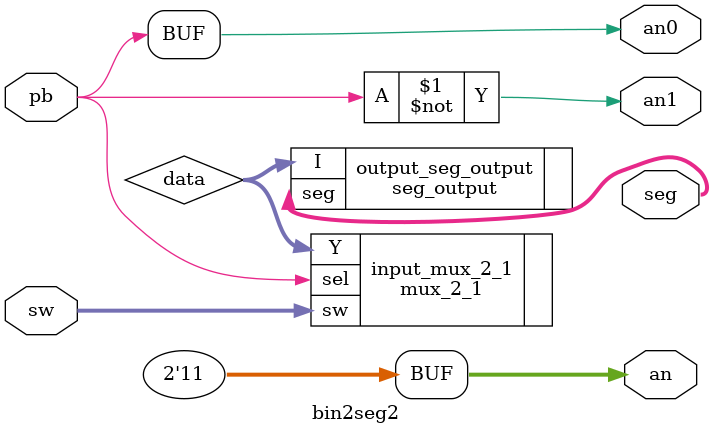
<source format=v>
`timescale 1ns / 1ps

module bin2seg2(

    input [7:0]sw,
    input pb,
    output [3:2]an,
    output an0, an1,
    output [7:0]seg
    //output led

    );
    
    wire [3:0]data;
    //wire button;
    
    mux_2_1 input_mux_2_1(
        .sw(sw),
        .Y(data),
        .sel(pb)
    );
    
    seg_output output_seg_output(
        .I(data),      
        .seg(seg)
    );
    
    assign an0 = pb;
    assign an1 = ~pb;
    assign an[3] = 1;
    assign an[2] = 1;
    //assign led = pb;
    
endmodule

</source>
